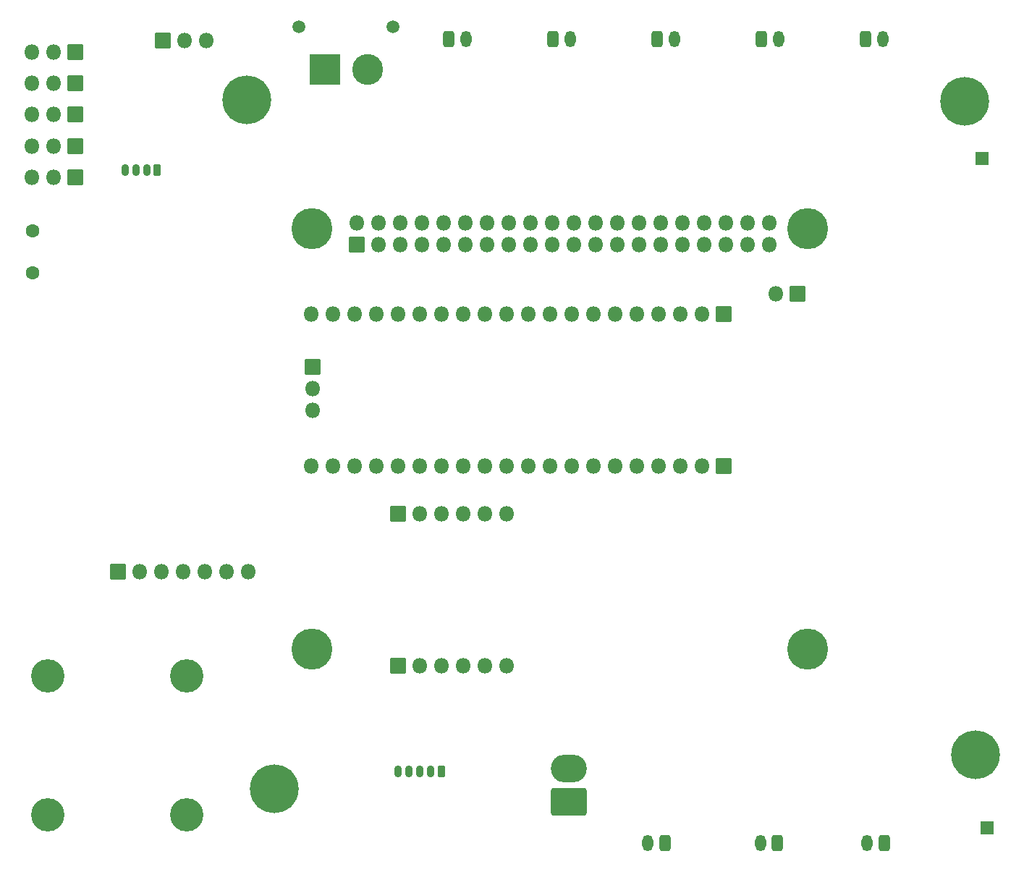
<source format=gbr>
%TF.GenerationSoftware,KiCad,Pcbnew,7.0.9*%
%TF.CreationDate,2024-01-05T06:09:31-08:00*%
%TF.ProjectId,Pi PCB Hat,50692050-4342-4204-9861-742e6b696361,rev?*%
%TF.SameCoordinates,Original*%
%TF.FileFunction,Soldermask,Bot*%
%TF.FilePolarity,Negative*%
%FSLAX46Y46*%
G04 Gerber Fmt 4.6, Leading zero omitted, Abs format (unit mm)*
G04 Created by KiCad (PCBNEW 7.0.9) date 2024-01-05 06:09:31*
%MOMM*%
%LPD*%
G01*
G04 APERTURE LIST*
G04 Aperture macros list*
%AMRoundRect*
0 Rectangle with rounded corners*
0 $1 Rounding radius*
0 $2 $3 $4 $5 $6 $7 $8 $9 X,Y pos of 4 corners*
0 Add a 4 corners polygon primitive as box body*
4,1,4,$2,$3,$4,$5,$6,$7,$8,$9,$2,$3,0*
0 Add four circle primitives for the rounded corners*
1,1,$1+$1,$2,$3*
1,1,$1+$1,$4,$5*
1,1,$1+$1,$6,$7*
1,1,$1+$1,$8,$9*
0 Add four rect primitives between the rounded corners*
20,1,$1+$1,$2,$3,$4,$5,0*
20,1,$1+$1,$4,$5,$6,$7,0*
20,1,$1+$1,$6,$7,$8,$9,0*
20,1,$1+$1,$8,$9,$2,$3,0*%
G04 Aperture macros list end*
%ADD10RoundRect,0.300800X-0.350000X-0.650000X0.350000X-0.650000X0.350000X0.650000X-0.350000X0.650000X0*%
%ADD11O,1.301600X1.901600*%
%ADD12RoundRect,0.050800X0.850000X-0.850000X0.850000X0.850000X-0.850000X0.850000X-0.850000X-0.850000X0*%
%ADD13O,1.801600X1.801600*%
%ADD14RoundRect,0.300800X0.350000X0.650000X-0.350000X0.650000X-0.350000X-0.650000X0.350000X-0.650000X0*%
%ADD15C,4.801600*%
%ADD16C,1.501600*%
%ADD17RoundRect,0.050800X-1.750000X-1.750000X1.750000X-1.750000X1.750000X1.750000X-1.750000X1.750000X0*%
%ADD18C,3.601600*%
%ADD19RoundRect,0.050800X-0.850000X-0.850000X0.850000X-0.850000X0.850000X0.850000X-0.850000X0.850000X0*%
%ADD20C,3.901600*%
%ADD21C,5.701600*%
%ADD22RoundRect,0.250800X0.200000X0.450000X-0.200000X0.450000X-0.200000X-0.450000X0.200000X-0.450000X0*%
%ADD23O,0.901600X1.401600*%
%ADD24RoundRect,0.050800X-0.850000X0.850000X-0.850000X-0.850000X0.850000X-0.850000X0.850000X0.850000X0*%
%ADD25C,1.601600*%
%ADD26RoundRect,0.050800X0.750000X0.750000X-0.750000X0.750000X-0.750000X-0.750000X0.750000X-0.750000X0*%
%ADD27RoundRect,0.300800X1.800000X-1.330000X1.800000X1.330000X-1.800000X1.330000X-1.800000X-1.330000X0*%
%ADD28O,4.201600X3.261600*%
G04 APERTURE END LIST*
D10*
%TO.C,J12*%
X150834375Y-43725000D03*
D11*
X152834375Y-43725000D03*
%TD*%
D12*
%TO.C,J6*%
X132725000Y-117075000D03*
D13*
X135265000Y-117075000D03*
X137805000Y-117075000D03*
X140345000Y-117075000D03*
X142885000Y-117075000D03*
X145425000Y-117075000D03*
%TD*%
D14*
%TO.C,J27*%
X177110000Y-137825000D03*
D11*
X175110000Y-137825000D03*
%TD*%
D14*
%TO.C,J2*%
X189600000Y-137825000D03*
D11*
X187600000Y-137825000D03*
%TD*%
D10*
%TO.C,J23*%
X187402500Y-43725000D03*
D11*
X189402500Y-43725000D03*
%TD*%
D10*
%TO.C,J21*%
X163023750Y-43725000D03*
D11*
X165023750Y-43725000D03*
%TD*%
D10*
%TO.C,J10*%
X138650000Y-43725000D03*
D11*
X140650000Y-43725000D03*
%TD*%
D12*
%TO.C,J7*%
X132725000Y-99275000D03*
D13*
X135265000Y-99275000D03*
X137805000Y-99275000D03*
X140345000Y-99275000D03*
X142885000Y-99275000D03*
X145425000Y-99275000D03*
%TD*%
D14*
%TO.C,J26*%
X163950000Y-137825000D03*
D11*
X161950000Y-137825000D03*
%TD*%
D15*
%TO.C,H5*%
X180600000Y-115100000D03*
%TD*%
D12*
%TO.C,J15*%
X105170000Y-43950000D03*
D13*
X107710000Y-43950000D03*
X110250000Y-43950000D03*
%TD*%
D16*
%TO.C,J4*%
X121150000Y-42350000D03*
X132150000Y-42350000D03*
D17*
X124150000Y-47350000D03*
D18*
X129150000Y-47350000D03*
%TD*%
D15*
%TO.C,H9*%
X180600000Y-65975000D03*
%TD*%
D19*
%TO.C,J30*%
X122750000Y-82140780D03*
D13*
X122750000Y-84680780D03*
X122750000Y-87220780D03*
%TD*%
D15*
%TO.C,H7*%
X122650000Y-115150000D03*
%TD*%
D20*
%TO.C,H12*%
X108000000Y-118250000D03*
%TD*%
D12*
%TO.C,J8*%
X99940000Y-106050000D03*
D13*
X102480000Y-106050000D03*
X105020000Y-106050000D03*
X107560000Y-106050000D03*
X110100000Y-106050000D03*
X112640000Y-106050000D03*
X115180000Y-106050000D03*
%TD*%
D21*
%TO.C,H3*%
X118200000Y-131500000D03*
%TD*%
D22*
%TO.C,J28*%
X104550000Y-59050000D03*
D23*
X103300000Y-59050000D03*
X102050000Y-59050000D03*
X100800000Y-59050000D03*
%TD*%
D20*
%TO.C,H11*%
X91700000Y-134550000D03*
%TD*%
D15*
%TO.C,H8*%
X122675000Y-65950000D03*
%TD*%
D21*
%TO.C,H2*%
X199000000Y-51050000D03*
%TD*%
%TO.C,H4*%
X200300000Y-127500000D03*
%TD*%
D10*
%TO.C,J22*%
X175213125Y-43725000D03*
D11*
X177213125Y-43725000D03*
%TD*%
D24*
%TO.C,J18*%
X94980000Y-52591000D03*
D13*
X92440000Y-52591000D03*
X89900000Y-52591000D03*
%TD*%
D24*
%TO.C,J17*%
X94980000Y-48920500D03*
D13*
X92440000Y-48920500D03*
X89900000Y-48920500D03*
%TD*%
D24*
%TO.C,J20*%
X94980000Y-59932000D03*
D13*
X92440000Y-59932000D03*
X89900000Y-59932000D03*
%TD*%
D21*
%TO.C,H1*%
X115000000Y-50900000D03*
%TD*%
D25*
%TO.C,Y1*%
X89950000Y-71100000D03*
X89950000Y-66220000D03*
%TD*%
D24*
%TO.C,J19*%
X94980000Y-56261500D03*
D13*
X92440000Y-56261500D03*
X89900000Y-56261500D03*
%TD*%
D20*
%TO.C,H6*%
X91700000Y-118250000D03*
%TD*%
D24*
%TO.C,J31*%
X170810000Y-75950000D03*
D13*
X168270000Y-75950000D03*
X165730000Y-75950000D03*
X163190000Y-75950000D03*
X160650000Y-75950000D03*
X158110000Y-75950000D03*
X155570000Y-75950000D03*
X153030000Y-75950000D03*
X150490000Y-75950000D03*
X147950000Y-75950000D03*
X145410000Y-75950000D03*
X142870000Y-75950000D03*
X140330000Y-75950000D03*
X137790000Y-75950000D03*
X135250000Y-75950000D03*
X132710000Y-75950000D03*
X130170000Y-75950000D03*
X127630000Y-75950000D03*
X125090000Y-75950000D03*
X122550000Y-75950000D03*
X122550000Y-93730000D03*
X125090000Y-93730000D03*
X127630000Y-93730000D03*
X130170000Y-93730000D03*
X132710000Y-93730000D03*
X135250000Y-93730000D03*
X137790000Y-93730000D03*
X140330000Y-93730000D03*
X142870000Y-93730000D03*
X145410000Y-93730000D03*
X147950000Y-93730000D03*
X150490000Y-93730000D03*
X153030000Y-93730000D03*
X155570000Y-93730000D03*
X158110000Y-93730000D03*
X160650000Y-93730000D03*
X163190000Y-93730000D03*
X165730000Y-93730000D03*
X168270000Y-93730000D03*
D24*
X170810000Y-93730000D03*
%TD*%
%TO.C,J24*%
X179425000Y-73550000D03*
D13*
X176885000Y-73550000D03*
%TD*%
D24*
%TO.C,J16*%
X94980000Y-45250000D03*
D13*
X92440000Y-45250000D03*
X89900000Y-45250000D03*
%TD*%
D20*
%TO.C,H10*%
X108000000Y-134550000D03*
%TD*%
D22*
%TO.C,J25*%
X137750000Y-129450000D03*
D23*
X136500000Y-129450000D03*
X135250000Y-129450000D03*
X134000000Y-129450000D03*
X132750000Y-129450000D03*
%TD*%
D26*
%TO.C,TP8*%
X201600000Y-136050000D03*
%TD*%
D24*
%TO.C,J1*%
X127895000Y-67795000D03*
D13*
X127895000Y-65255000D03*
X130435000Y-67795000D03*
X130435000Y-65255000D03*
X132975000Y-67795000D03*
X132975000Y-65255000D03*
X135515000Y-67795000D03*
X135515000Y-65255000D03*
X138055000Y-67795000D03*
X138055000Y-65255000D03*
X140595000Y-67795000D03*
X140595000Y-65255000D03*
X143135000Y-67795000D03*
X143135000Y-65255000D03*
X145675000Y-67795000D03*
X145675000Y-65255000D03*
X148215000Y-67795000D03*
X148215000Y-65255000D03*
X150755000Y-67795000D03*
X150755000Y-65255000D03*
X153295000Y-67795000D03*
X153295000Y-65255000D03*
X155835000Y-67795000D03*
X155835000Y-65255000D03*
X158375000Y-67795000D03*
X158375000Y-65255000D03*
X160915000Y-67795000D03*
X160915000Y-65255000D03*
X163455000Y-67795000D03*
X163455000Y-65255000D03*
X165995000Y-67795000D03*
X165995000Y-65255000D03*
X168535000Y-67795000D03*
X168535000Y-65255000D03*
X171075000Y-67795000D03*
X171075000Y-65255000D03*
X173615000Y-67795000D03*
X173615000Y-65255000D03*
X176155000Y-67795000D03*
X176155000Y-65255000D03*
%TD*%
D27*
%TO.C,J5*%
X152695000Y-133030000D03*
D28*
X152695000Y-129070000D03*
%TD*%
D26*
%TO.C,TP1*%
X201050000Y-57700000D03*
%TD*%
M02*

</source>
